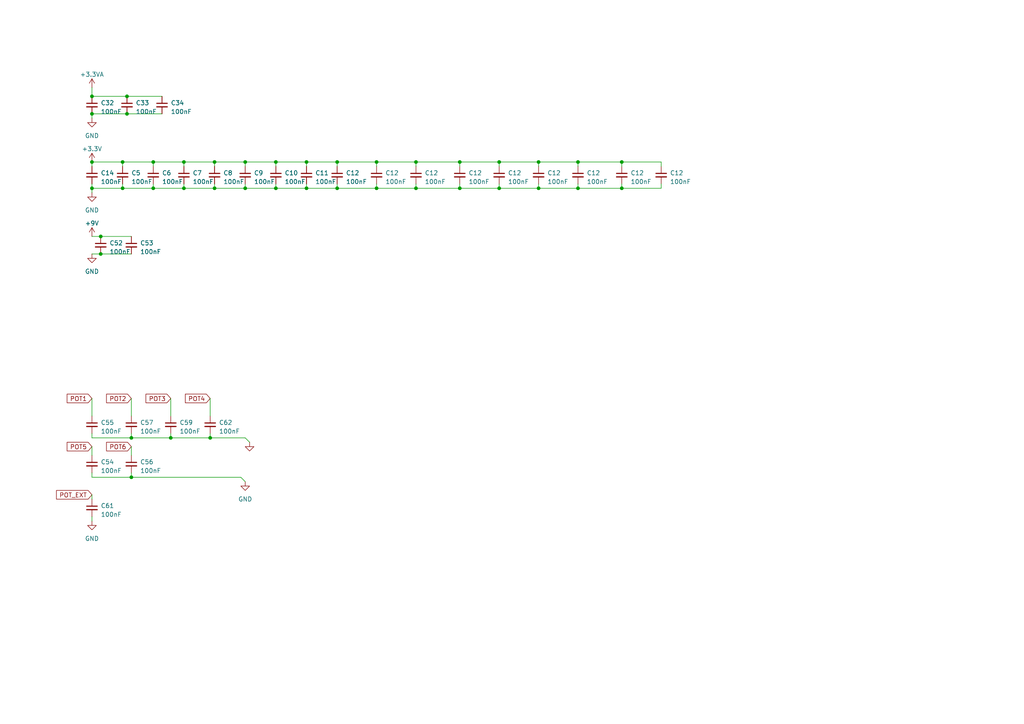
<source format=kicad_sch>
(kicad_sch (version 20230121) (generator eeschema)
  (paper "A4")
  (lib_symbols
    (symbol "Device:C_Small" (pin_numbers hide) (pin_names (offset 0.254) hide)
      (property "Reference" "C" (at 0.254 1.778 0))
      (property "Value" "C_Small" (at 0.254 -2.032 0))
      (symbol "C_Small_0_1"
        (polyline (pts (xy -1.524 -0.508) (xy 1.524 -0.508)) (stroke (width 0.3302)))
        (polyline (pts (xy -1.524 0.508) (xy 1.524 0.508)) (stroke (width 0.3048)))
      )
      (symbol "C_Small_1_1"
        (pin passive line (at 0 2.54 270) (length 2.032) (name "~") (number "1"))
        (pin passive line (at 0 -2.54 90) (length 2.032) (name "~") (number "2"))
      )
    )
    (symbol "power:+3.3V" (power) (pin_names (offset 0))
      (property "Value" "+3.3V" (at 0 3.556 0))
      (symbol "+3.3V_0_1"
        (polyline (pts (xy -0.762 1.27) (xy 0 2.54)))
        (polyline (pts (xy 0 0) (xy 0 2.54)))
        (polyline (pts (xy 0 2.54) (xy 0.762 1.27)))
      )
      (symbol "+3.3V_1_1"
        (pin power_in line (at 0 0 90) (length 0) hide (name "+3.3V") (number "1"))
      )
    )
    (symbol "power:+3.3VA" (power) (pin_names (offset 0))
      (property "Value" "+3.3VA" (at 0 3.556 0))
      (symbol "+3.3VA_0_1"
        (polyline (pts (xy -0.762 1.27) (xy 0 2.54)))
        (polyline (pts (xy 0 0) (xy 0 2.54)))
        (polyline (pts (xy 0 2.54) (xy 0.762 1.27)))
      )
      (symbol "+3.3VA_1_1"
        (pin power_in line (at 0 0 90) (length 0) hide (name "+3.3VA") (number "1"))
      )
    )
    (symbol "power:+9V" (power) (pin_names (offset 0))
      (property "Value" "+9V" (at 0 3.556 0))
      (symbol "+9V_0_1"
        (polyline (pts (xy -0.762 1.27) (xy 0 2.54)))
        (polyline (pts (xy 0 0) (xy 0 2.54)))
        (polyline (pts (xy 0 2.54) (xy 0.762 1.27)))
      )
      (symbol "+9V_1_1"
        (pin power_in line (at 0 0 90) (length 0) hide (name "+9V") (number "1"))
      )
    )
    (symbol "power:GND" (power) (pin_names (offset 0))
      (property "Value" "GND" (at 0 -3.81 0))
      (symbol "GND_0_1"
        (polyline (pts (xy 0 0) (xy 0 -1.27) (xy 1.27 -1.27) (xy 0 -2.54) (xy -1.27 -1.27) (xy 0 -1.27)))
      )
      (symbol "GND_1_1"
        (pin power_in line (at 0 0 270) (length 0) hide (name "GND") (number "1"))
      )
    )
  )
  (junction (at 133.35 46.99))
  (junction (at 144.78 46.99))
  (junction (at 144.78 54.61))
  (junction (at 156.21 46.99))
  (junction (at 71.12 46.99))
  (junction (at 109.22 54.61))
  (junction (at 26.67 46.99))
  (junction (at 53.34 54.61))
  (junction (at 120.65 46.99))
  (junction (at 167.64 54.61))
  (junction (at 35.56 46.99))
  (junction (at 38.1 138.43))
  (junction (at 44.45 46.99))
  (junction (at 26.67 33.02))
  (junction (at 180.34 54.61))
  (junction (at 49.53 127))
  (junction (at 97.79 54.61))
  (junction (at 109.22 46.99))
  (junction (at 60.96 127))
  (junction (at 88.9 46.99))
  (junction (at 167.64 46.99))
  (junction (at 71.12 54.61))
  (junction (at 80.01 46.99))
  (junction (at 53.34 46.99))
  (junction (at 35.56 54.61))
  (junction (at 62.23 46.99))
  (junction (at 133.35 54.61))
  (junction (at 29.21 73.66))
  (junction (at 180.34 46.99))
  (junction (at 62.23 54.61))
  (junction (at 120.65 54.61))
  (junction (at 38.1 127))
  (junction (at 97.79 46.99))
  (junction (at 36.83 33.02))
  (junction (at 26.67 54.61))
  (junction (at 88.9 54.61))
  (junction (at 44.45 54.61))
  (junction (at 36.83 27.94))
  (junction (at 26.67 27.94))
  (junction (at 80.01 54.61))
  (junction (at 156.21 54.61))
  (junction (at 29.21 68.58))
  (wire (pts (xy 29.21 68.58) (xy 38.1 68.58)))
  (wire (pts (xy 109.22 48.26) (xy 109.22 46.99)))
  (wire (pts (xy 109.22 53.34) (xy 109.22 54.61)))
  (wire (pts (xy 62.23 54.61) (xy 53.34 54.61)))
  (wire (pts (xy 26.67 48.26) (xy 26.67 46.99)))
  (wire (pts (xy 49.53 125.73) (xy 49.53 127)))
  (wire (pts (xy 35.56 54.61) (xy 26.67 54.61)))
  (wire (pts (xy 88.9 46.99) (xy 97.79 46.99)))
  (wire (pts (xy 120.65 53.34) (xy 120.65 54.61)))
  (wire (pts (xy 180.34 53.34) (xy 180.34 54.61)))
  (wire (pts (xy 26.67 143.51) (xy 26.67 144.78)))
  (wire (pts (xy 29.21 73.66) (xy 38.1 73.66)))
  (wire (pts (xy 144.78 54.61) (xy 156.21 54.61)))
  (wire (pts (xy 120.65 48.26) (xy 120.65 46.99)))
  (wire (pts (xy 80.01 46.99) (xy 71.12 46.99)))
  (wire (pts (xy 97.79 48.26) (xy 97.79 46.99)))
  (wire (pts (xy 26.67 127) (xy 38.1 127)))
  (wire (pts (xy 60.96 127) (xy 71.12 127)))
  (wire (pts (xy 38.1 127) (xy 49.53 127)))
  (wire (pts (xy 53.34 48.26) (xy 53.34 46.99)))
  (wire (pts (xy 156.21 53.34) (xy 156.21 54.61)))
  (wire (pts (xy 133.35 46.99) (xy 120.65 46.99)))
  (wire (pts (xy 38.1 125.73) (xy 38.1 127)))
  (wire (pts (xy 53.34 46.99) (xy 62.23 46.99)))
  (wire (pts (xy 26.67 68.58) (xy 29.21 68.58)))
  (wire (pts (xy 44.45 53.34) (xy 44.45 54.61)))
  (wire (pts (xy 26.67 149.86) (xy 26.67 151.13)))
  (wire (pts (xy 133.35 54.61) (xy 144.78 54.61)))
  (wire (pts (xy 69.85 138.43) (xy 71.12 139.7)))
  (wire (pts (xy 26.67 73.66) (xy 29.21 73.66)))
  (wire (pts (xy 26.67 33.02) (xy 36.83 33.02)))
  (wire (pts (xy 97.79 54.61) (xy 88.9 54.61)))
  (wire (pts (xy 88.9 48.26) (xy 88.9 46.99)))
  (wire (pts (xy 191.77 48.26) (xy 191.77 46.99)))
  (wire (pts (xy 38.1 137.16) (xy 38.1 138.43)))
  (wire (pts (xy 167.64 48.26) (xy 167.64 46.99)))
  (wire (pts (xy 60.96 115.57) (xy 60.96 120.65)))
  (wire (pts (xy 62.23 46.99) (xy 71.12 46.99)))
  (wire (pts (xy 156.21 54.61) (xy 167.64 54.61)))
  (wire (pts (xy 109.22 46.99) (xy 120.65 46.99)))
  (wire (pts (xy 49.53 127) (xy 60.96 127)))
  (wire (pts (xy 35.56 48.26) (xy 35.56 46.99)))
  (wire (pts (xy 144.78 53.34) (xy 144.78 54.61)))
  (wire (pts (xy 36.83 27.94) (xy 46.99 27.94)))
  (wire (pts (xy 97.79 46.99) (xy 109.22 46.99)))
  (wire (pts (xy 62.23 48.26) (xy 62.23 46.99)))
  (wire (pts (xy 71.12 53.34) (xy 71.12 54.61)))
  (wire (pts (xy 35.56 46.99) (xy 44.45 46.99)))
  (wire (pts (xy 180.34 48.26) (xy 180.34 46.99)))
  (wire (pts (xy 26.67 54.61) (xy 26.67 55.88)))
  (wire (pts (xy 144.78 46.99) (xy 133.35 46.99)))
  (wire (pts (xy 44.45 48.26) (xy 44.45 46.99)))
  (wire (pts (xy 80.01 54.61) (xy 71.12 54.61)))
  (wire (pts (xy 167.64 54.61) (xy 180.34 54.61)))
  (wire (pts (xy 49.53 115.57) (xy 49.53 120.65)))
  (wire (pts (xy 38.1 129.54) (xy 38.1 132.08)))
  (wire (pts (xy 62.23 53.34) (xy 62.23 54.61)))
  (wire (pts (xy 133.35 53.34) (xy 133.35 54.61)))
  (wire (pts (xy 26.67 129.54) (xy 26.67 132.08)))
  (wire (pts (xy 71.12 127) (xy 72.39 128.27)))
  (wire (pts (xy 36.83 33.02) (xy 46.99 33.02)))
  (wire (pts (xy 133.35 48.26) (xy 133.35 46.99)))
  (wire (pts (xy 26.67 46.99) (xy 35.56 46.99)))
  (wire (pts (xy 133.35 54.61) (xy 120.65 54.61)))
  (wire (pts (xy 71.12 54.61) (xy 62.23 54.61)))
  (wire (pts (xy 26.67 27.94) (xy 36.83 27.94)))
  (wire (pts (xy 44.45 54.61) (xy 35.56 54.61)))
  (wire (pts (xy 71.12 48.26) (xy 71.12 46.99)))
  (wire (pts (xy 26.67 33.02) (xy 26.67 34.29)))
  (wire (pts (xy 97.79 54.61) (xy 109.22 54.61)))
  (wire (pts (xy 26.67 125.73) (xy 26.67 127)))
  (wire (pts (xy 80.01 46.99) (xy 88.9 46.99)))
  (wire (pts (xy 180.34 46.99) (xy 167.64 46.99)))
  (wire (pts (xy 26.67 25.4) (xy 26.67 27.94)))
  (wire (pts (xy 26.67 137.16) (xy 26.67 138.43)))
  (wire (pts (xy 191.77 46.99) (xy 180.34 46.99)))
  (wire (pts (xy 80.01 48.26) (xy 80.01 46.99)))
  (wire (pts (xy 156.21 46.99) (xy 144.78 46.99)))
  (wire (pts (xy 26.67 53.34) (xy 26.67 54.61)))
  (wire (pts (xy 167.64 46.99) (xy 156.21 46.99)))
  (wire (pts (xy 38.1 115.57) (xy 38.1 120.65)))
  (wire (pts (xy 53.34 53.34) (xy 53.34 54.61)))
  (wire (pts (xy 88.9 54.61) (xy 80.01 54.61)))
  (wire (pts (xy 120.65 54.61) (xy 109.22 54.61)))
  (wire (pts (xy 180.34 54.61) (xy 191.77 54.61)))
  (wire (pts (xy 44.45 46.99) (xy 53.34 46.99)))
  (wire (pts (xy 144.78 48.26) (xy 144.78 46.99)))
  (wire (pts (xy 35.56 53.34) (xy 35.56 54.61)))
  (wire (pts (xy 26.67 115.57) (xy 26.67 120.65)))
  (wire (pts (xy 38.1 138.43) (xy 69.85 138.43)))
  (wire (pts (xy 60.96 125.73) (xy 60.96 127)))
  (wire (pts (xy 88.9 53.34) (xy 88.9 54.61)))
  (wire (pts (xy 191.77 53.34) (xy 191.77 54.61)))
  (wire (pts (xy 167.64 53.34) (xy 167.64 54.61)))
  (wire (pts (xy 156.21 48.26) (xy 156.21 46.99)))
  (wire (pts (xy 97.79 53.34) (xy 97.79 54.61)))
  (wire (pts (xy 53.34 54.61) (xy 44.45 54.61)))
  (wire (pts (xy 26.67 138.43) (xy 38.1 138.43)))
  (wire (pts (xy 80.01 53.34) (xy 80.01 54.61)))
  (global_label "POT_EXT" (shape input) (at 26.67 143.51 180) (property "Intersheetrefs" "${INTERSHEET_REFS}" (effects hide)))
  (global_label "POT6" (shape input) (at 38.1 129.54 180) (property "Intersheetrefs" "${INTERSHEET_REFS}" (effects hide)))
  (global_label "POT3" (shape input) (at 49.53 115.57 180) (property "Intersheetrefs" "${INTERSHEET_REFS}" (effects hide)))
  (global_label "POT2" (shape input) (at 38.1 115.57 180) (property "Intersheetrefs" "${INTERSHEET_REFS}" (effects hide)))
  (global_label "POT1" (shape input) (at 26.67 115.57 180) (property "Intersheetrefs" "${INTERSHEET_REFS}" (effects hide)))
  (global_label "POT4" (shape input) (at 60.96 115.57 180) (property "Intersheetrefs" "${INTERSHEET_REFS}" (effects hide)))
  (global_label "POT5" (shape input) (at 26.67 129.54 180) (property "Intersheetrefs" "${INTERSHEET_REFS}" (effects hide)))
  (symbol (lib_id "Device:C_Small") (at 26.67 147.32 0) (unit 1)
    (property "Reference" "C61" (at 29.21 146.6913 0) (effects (justify left)))
    (property "Value" "100nF" (at 29.21 149.2313 0) (effects (justify left)))
    (property "Footprint" "Capacitor_SMD:C_0603_1608Metric_Pad1.08x0.95mm_HandSolder" (effects hide))
  )
  (symbol (lib_id "Device:C_Small") (at 133.35 50.8 0) (unit 1)
    (property "Reference" "C12" (at 135.89 50.1713 0) (effects (justify left)))
    (property "Value" "100nF" (at 135.89 52.7113 0) (effects (justify left)))
    (property "Footprint" "Capacitor_SMD:C_0603_1608Metric_Pad1.08x0.95mm_HandSolder" (effects hide))
    (instances (project "stm_audio_board_V2_1" (path "" (reference "C12") (unit 1)) (path "" (reference "C60") (unit 1))))
  )
  (symbol (lib_id "Device:C_Small") (at 49.53 123.19 0) (unit 1)
    (property "Reference" "C59" (at 52.07 122.5613 0) (effects (justify left)))
    (property "Value" "100nF" (at 52.07 125.1013 0) (effects (justify left)))
    (property "Footprint" "Capacitor_SMD:C_0603_1608Metric_Pad1.08x0.95mm_HandSolder" (effects hide))
  )
  (symbol (lib_id "power:+9V") (at 26.67 68.58 0) (unit 1)
    (property "Reference" "#PWR074" (effects hide))
    (property "Value" "+9V" (at 26.67 64.77 0))
    (instances (project "stm_audio_board_V2_1" (path "" (reference "#PWR074") (unit 1)) (path "" (reference "#PWR055") (unit 1))))
  )
  (symbol (lib_id "Device:C_Small") (at 97.79 50.8 0) (unit 1)
    (property "Reference" "C12" (at 100.33 50.1713 0) (effects (justify left)))
    (property "Value" "100nF" (at 100.33 52.7113 0) (effects (justify left)))
    (property "Footprint" "Capacitor_SMD:C_0603_1608Metric_Pad1.08x0.95mm_HandSolder" (effects hide))
    (instances (project "stm_audio_board_V2_1" (path "" (reference "C12") (unit 1)) (path "" (reference "C14") (unit 1))))
  )
  (symbol (lib_id "power:GND") (at 71.12 139.7 0) (unit 1)
    (property "Reference" "#PWR048" (effects hide))
    (property "Value" "GND" (at 71.12 144.78 0))
    (instances (project "stm_audio_board_V2_1" (path "" (reference "#PWR048") (unit 1)) (path "" (reference "#PWR053") (unit 1))))
  )
  (symbol (lib_id "Device:C_Small") (at 46.99 30.48 0) (unit 1)
    (property "Reference" "C34" (at 49.53 29.8513 0) (effects (justify left)))
    (property "Value" "100nF" (at 49.53 32.3913 0) (effects (justify left)))
    (property "Footprint" "Capacitor_SMD:C_0603_1608Metric_Pad1.08x0.95mm_HandSolder" (effects hide))
  )
  (symbol (lib_id "power:GND") (at 26.67 151.13 0) (unit 1)
    (property "Reference" "#PWR054" (effects hide))
    (property "Value" "GND" (at 26.67 156.21 0))
    (instances (project "stm_audio_board_V2_1" (path "" (reference "#PWR054") (unit 1)) (path "" (reference "#PWR048") (unit 1))))
  )
  (symbol (lib_id "Device:C_Small") (at 180.34 50.8 0) (unit 1)
    (property "Reference" "C12" (at 182.88 50.1713 0) (effects (justify left)))
    (property "Value" "100nF" (at 182.88 52.7113 0) (effects (justify left)))
    (property "Footprint" "Capacitor_SMD:C_0603_1608Metric_Pad1.08x0.95mm_HandSolder" (effects hide))
    (instances (project "stm_audio_board_V2_1" (path "" (reference "C12") (unit 1)) (path "" (reference "C35") (unit 1))))
  )
  (symbol (lib_id "Device:C_Small") (at 38.1 123.19 0) (unit 1)
    (property "Reference" "C57" (at 40.64 122.5613 0) (effects (justify left)))
    (property "Value" "100nF" (at 40.64 125.1013 0) (effects (justify left)))
    (property "Footprint" "Capacitor_SMD:C_0603_1608Metric_Pad1.08x0.95mm_HandSolder" (effects hide))
  )
  (symbol (lib_id "Device:C_Small") (at 53.34 50.8 0) (unit 1)
    (property "Reference" "C7" (at 55.88 50.1713 0) (effects (justify left)))
    (property "Value" "100nF" (at 55.88 52.7113 0) (effects (justify left)))
    (property "Footprint" "Capacitor_SMD:C_0603_1608Metric_Pad1.08x0.95mm_HandSolder" (effects hide))
    (instances (project "stm_audio_board_V2_1" (path "" (reference "C7") (unit 1)) (path "" (reference "C8") (unit 1))))
  )
  (symbol (lib_id "Device:C_Small") (at 26.67 134.62 0) (unit 1)
    (property "Reference" "C54" (at 29.21 133.9913 0) (effects (justify left)))
    (property "Value" "100nF" (at 29.21 136.5313 0) (effects (justify left)))
    (property "Footprint" "Capacitor_SMD:C_0603_1608Metric_Pad1.08x0.95mm_HandSolder" (effects hide))
  )
  (symbol (lib_id "Device:C_Small") (at 26.67 50.8 0) (unit 1)
    (property "Reference" "C14" (at 29.21 50.1713 0) (effects (justify left)))
    (property "Value" "100nF" (at 29.21 52.7113 0) (effects (justify left)))
    (property "Footprint" "Capacitor_SMD:C_0603_1608Metric_Pad1.08x0.95mm_HandSolder" (effects hide))
    (instances (project "stm_audio_board_V2_1" (path "" (reference "C14") (unit 1)) (path "" (reference "C5") (unit 1))))
  )
  (symbol (lib_id "Device:C_Small") (at 60.96 123.19 0) (unit 1)
    (property "Reference" "C62" (at 63.5 122.5613 0) (effects (justify left)))
    (property "Value" "100nF" (at 63.5 125.1013 0) (effects (justify left)))
    (property "Footprint" "Capacitor_SMD:C_0603_1608Metric_Pad1.08x0.95mm_HandSolder" (effects hide))
  )
  (symbol (lib_id "Device:C_Small") (at 88.9 50.8 0) (unit 1)
    (property "Reference" "C11" (at 91.44 50.1713 0) (effects (justify left)))
    (property "Value" "100nF" (at 91.44 52.7113 0) (effects (justify left)))
    (property "Footprint" "Capacitor_SMD:C_0603_1608Metric_Pad1.08x0.95mm_HandSolder" (effects hide))
    (instances (project "stm_audio_board_V2_1" (path "" (reference "C11") (unit 1)) (path "" (reference "C12") (unit 1))))
  )
  (symbol (lib_id "Device:C_Small") (at 38.1 71.12 0) (unit 1)
    (property "Reference" "C53" (at 40.64 70.4913 0) (effects (justify left)))
    (property "Value" "100nF" (at 40.64 73.0313 0) (effects (justify left)))
    (property "Footprint" "Capacitor_SMD:C_0603_1608Metric_Pad1.08x0.95mm_HandSolder" (effects hide))
    (instances (project "stm_audio_board_V2_1" (path "" (reference "C53") (unit 1)) (path "" (reference "C90") (unit 1))))
  )
  (symbol (lib_id "power:GND") (at 26.67 55.88 0) (unit 1)
    (property "Reference" "#PWR05" (effects hide))
    (property "Value" "GND" (at 26.67 60.96 0))
  )
  (symbol (lib_id "Device:C_Small") (at 191.77 50.8 0) (unit 1)
    (property "Reference" "C12" (at 194.31 50.1713 0) (effects (justify left)))
    (property "Value" "100nF" (at 194.31 52.7113 0) (effects (justify left)))
    (property "Footprint" "Capacitor_SMD:C_0603_1608Metric_Pad1.08x0.95mm_HandSolder" (effects hide))
    (instances (project "stm_audio_board_V2_1" (path "" (reference "C12") (unit 1)) (path "" (reference "C36") (unit 1))))
  )
  (symbol (lib_id "power:GND") (at 72.39 128.27 0) (unit 1)
    (property "Reference" "#PWR053" (effects hide))
    (property "Value" "GND" (effects hide))
    (instances (project "stm_audio_board_V2_1" (path "" (reference "#PWR053") (unit 1)) (path "" (reference "#PWR054") (unit 1))))
  )
  (symbol (lib_id "power:+3.3V") (at 26.67 46.99 0) (unit 1)
    (property "Reference" "#PWR081" (effects hide))
    (property "Value" "+3.3V" (at 26.67 43.18 0))
    (instances (project "stm_audio_board_V2_1" (path "" (reference "#PWR081") (unit 1)) (path "" (reference "#PWR024") (unit 1))))
  )
  (symbol (lib_id "Device:C_Small") (at 29.21 71.12 0) (unit 1)
    (property "Reference" "C52" (at 31.75 70.4913 0) (effects (justify left)))
    (property "Value" "100nF" (at 31.75 73.0313 0) (effects (justify left)))
    (property "Footprint" "Capacitor_SMD:C_0603_1608Metric_Pad1.08x0.95mm_HandSolder" (effects hide))
    (instances (project "stm_audio_board_V2_1" (path "" (reference "C52") (unit 1)) (path "" (reference "C89") (unit 1))))
  )
  (symbol (lib_id "Device:C_Small") (at 167.64 50.8 0) (unit 1)
    (property "Reference" "C12" (at 170.18 50.1713 0) (effects (justify left)))
    (property "Value" "100nF" (at 170.18 52.7113 0) (effects (justify left)))
    (property "Footprint" "Capacitor_SMD:C_0603_1608Metric_Pad1.08x0.95mm_HandSolder" (effects hide))
    (instances (project "stm_audio_board_V2_1" (path "" (reference "C12") (unit 1)) (path "" (reference "C81") (unit 1))))
  )
  (symbol (lib_id "power:GND") (at 26.67 73.66 0) (unit 1)
    (property "Reference" "#PWR05" (effects hide))
    (property "Value" "GND" (at 26.67 78.74 0))
    (instances (project "stm_audio_board_V2_1" (path "" (reference "#PWR05") (unit 1)) (path "" (reference "#PWR059") (unit 1))))
  )
  (symbol (lib_id "Device:C_Small") (at 26.67 123.19 0) (unit 1)
    (property "Reference" "C55" (at 29.21 122.5613 0) (effects (justify left)))
    (property "Value" "100nF" (at 29.21 125.1013 0) (effects (justify left)))
    (property "Footprint" "Capacitor_SMD:C_0603_1608Metric_Pad1.08x0.95mm_HandSolder" (effects hide))
  )
  (symbol (lib_id "Device:C_Small") (at 144.78 50.8 0) (unit 1)
    (property "Reference" "C12" (at 147.32 50.1713 0) (effects (justify left)))
    (property "Value" "100nF" (at 147.32 52.7113 0) (effects (justify left)))
    (property "Footprint" "Capacitor_SMD:C_0603_1608Metric_Pad1.08x0.95mm_HandSolder" (effects hide))
    (instances (project "stm_audio_board_V2_1" (path "" (reference "C12") (unit 1)) (path "" (reference "C64") (unit 1))))
  )
  (symbol (lib_id "Device:C_Small") (at 62.23 50.8 0) (unit 1)
    (property "Reference" "C8" (at 64.77 50.1713 0) (effects (justify left)))
    (property "Value" "100nF" (at 64.77 52.7113 0) (effects (justify left)))
    (property "Footprint" "Capacitor_SMD:C_0603_1608Metric_Pad1.08x0.95mm_HandSolder" (effects hide))
    (instances (project "stm_audio_board_V2_1" (path "" (reference "C8") (unit 1)) (path "" (reference "C9") (unit 1))))
  )
  (symbol (lib_id "Device:C_Small") (at 38.1 134.62 0) (unit 1)
    (property "Reference" "C56" (at 40.64 133.9913 0) (effects (justify left)))
    (property "Value" "100nF" (at 40.64 136.5313 0) (effects (justify left)))
    (property "Footprint" "Capacitor_SMD:C_0603_1608Metric_Pad1.08x0.95mm_HandSolder" (effects hide))
  )
  (symbol (lib_id "Device:C_Small") (at 80.01 50.8 0) (unit 1)
    (property "Reference" "C10" (at 82.55 50.1713 0) (effects (justify left)))
    (property "Value" "100nF" (at 82.55 52.7113 0) (effects (justify left)))
    (property "Footprint" "Capacitor_SMD:C_0603_1608Metric_Pad1.08x0.95mm_HandSolder" (effects hide))
    (instances (project "stm_audio_board_V2_1" (path "" (reference "C10") (unit 1)) (path "" (reference "C11") (unit 1))))
  )
  (symbol (lib_id "Device:C_Small") (at 71.12 50.8 0) (unit 1)
    (property "Reference" "C9" (at 73.66 50.1713 0) (effects (justify left)))
    (property "Value" "100nF" (at 73.66 52.7113 0) (effects (justify left)))
    (property "Footprint" "Capacitor_SMD:C_0603_1608Metric_Pad1.08x0.95mm_HandSolder" (effects hide))
    (instances (project "stm_audio_board_V2_1" (path "" (reference "C9") (unit 1)) (path "" (reference "C10") (unit 1))))
  )
  (symbol (lib_id "Device:C_Small") (at 44.45 50.8 0) (unit 1)
    (property "Reference" "C6" (at 46.99 50.1713 0) (effects (justify left)))
    (property "Value" "100nF" (at 46.99 52.7113 0) (effects (justify left)))
    (property "Footprint" "Capacitor_SMD:C_0603_1608Metric_Pad1.08x0.95mm_HandSolder" (effects hide))
    (instances (project "stm_audio_board_V2_1" (path "" (reference "C6") (unit 1)) (path "" (reference "C7") (unit 1))))
  )
  (symbol (lib_id "power:GND") (at 26.67 34.29 0) (unit 1)
    (property "Reference" "#PWR05" (effects hide))
    (property "Value" "GND" (at 26.67 39.37 0))
    (instances (project "stm_audio_board_V2_1" (path "" (reference "#PWR05") (unit 1)) (path "" (reference "#PWR01") (unit 1))))
  )
  (symbol (lib_id "Device:C_Small") (at 36.83 30.48 0) (unit 1)
    (property "Reference" "C33" (at 39.37 29.8513 0) (effects (justify left)))
    (property "Value" "100nF" (at 39.37 32.3913 0) (effects (justify left)))
    (property "Footprint" "Capacitor_SMD:C_0603_1608Metric_Pad1.08x0.95mm_HandSolder" (effects hide))
  )
  (symbol (lib_id "Device:C_Small") (at 26.67 30.48 0) (unit 1)
    (property "Reference" "C32" (at 29.21 29.8513 0) (effects (justify left)))
    (property "Value" "100nF" (at 29.21 32.3913 0) (effects (justify left)))
    (property "Footprint" "Capacitor_SMD:C_0603_1608Metric_Pad1.08x0.95mm_HandSolder" (effects hide))
  )
  (symbol (lib_id "Device:C_Small") (at 120.65 50.8 0) (unit 1)
    (property "Reference" "C12" (at 123.19 50.1713 0) (effects (justify left)))
    (property "Value" "100nF" (at 123.19 52.7113 0) (effects (justify left)))
    (property "Footprint" "Capacitor_SMD:C_0603_1608Metric_Pad1.08x0.95mm_HandSolder" (effects hide))
    (instances (project "stm_audio_board_V2_1" (path "" (reference "C12") (unit 1)) (path "" (reference "C58") (unit 1))))
  )
  (symbol (lib_id "Device:C_Small") (at 109.22 50.8 0) (unit 1)
    (property "Reference" "C12" (at 111.76 50.1713 0) (effects (justify left)))
    (property "Value" "100nF" (at 111.76 52.7113 0) (effects (justify left)))
    (property "Footprint" "Capacitor_SMD:C_0603_1608Metric_Pad1.08x0.95mm_HandSolder" (effects hide))
    (instances (project "stm_audio_board_V2_1" (path "" (reference "C12") (unit 1)) (path "" (reference "C3") (unit 1))))
  )
  (symbol (lib_id "power:+3.3VA") (at 26.67 25.4 0) (unit 1)
    (property "Reference" "#PWR055" (effects hide))
    (property "Value" "+3.3VA" (at 26.67 21.59 0))
    (instances (project "stm_audio_board_V2_1" (path "" (reference "#PWR055") (unit 1)) (path "" (reference "#PWR038") (unit 1))))
  )
  (symbol (lib_id "Device:C_Small") (at 35.56 50.8 0) (unit 1)
    (property "Reference" "C5" (at 38.1 50.1713 0) (effects (justify left)))
    (property "Value" "100nF" (at 38.1 52.7113 0) (effects (justify left)))
    (property "Footprint" "Capacitor_SMD:C_0603_1608Metric_Pad1.08x0.95mm_HandSolder" (effects hide))
    (instances (project "stm_audio_board_V2_1" (path "" (reference "C5") (unit 1)) (path "" (reference "C6") (unit 1))))
  )
  (symbol (lib_id "Device:C_Small") (at 156.21 50.8 0) (unit 1)
    (property "Reference" "C12" (at 158.75 50.1713 0) (effects (justify left)))
    (property "Value" "100nF" (at 158.75 52.7113 0) (effects (justify left)))
    (property "Footprint" "Capacitor_SMD:C_0603_1608Metric_Pad1.08x0.95mm_HandSolder" (effects hide))
    (instances (project "stm_audio_board_V2_1" (path "" (reference "C12") (unit 1)) (path "" (reference "C78") (unit 1))))
  )
)
</source>
